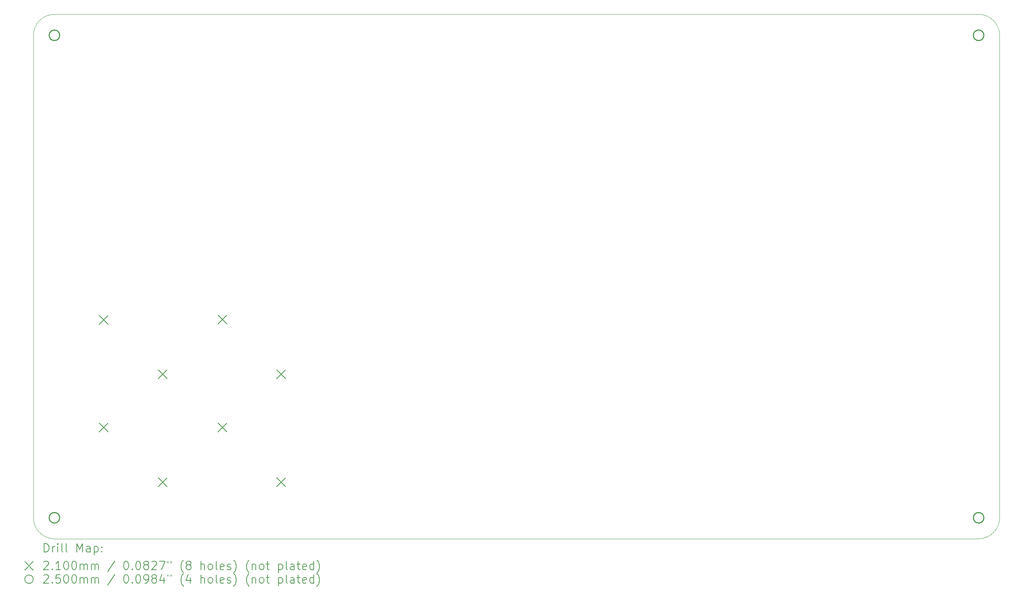
<source format=gbr>
%TF.GenerationSoftware,KiCad,Pcbnew,7.0.8*%
%TF.CreationDate,2024-04-24T16:06:29-06:00*%
%TF.ProjectId,Motherboard23-24,4d6f7468-6572-4626-9f61-726432332d32,rev?*%
%TF.SameCoordinates,Original*%
%TF.FileFunction,Drillmap*%
%TF.FilePolarity,Positive*%
%FSLAX45Y45*%
G04 Gerber Fmt 4.5, Leading zero omitted, Abs format (unit mm)*
G04 Created by KiCad (PCBNEW 7.0.8) date 2024-04-24 16:06:29*
%MOMM*%
%LPD*%
G01*
G04 APERTURE LIST*
%ADD10C,0.100000*%
%ADD11C,0.200000*%
%ADD12C,0.210000*%
%ADD13C,0.250000*%
G04 APERTURE END LIST*
D10*
X2250000Y-13750000D02*
X2250000Y-2250000D01*
X25250000Y-2250000D02*
G75*
G03*
X24750000Y-1750000I-500000J0D01*
G01*
X24750000Y-14250000D02*
G75*
G03*
X25250000Y-13750000I0J500000D01*
G01*
X25250000Y-2250000D02*
X25250000Y-13750000D01*
X2750000Y-1750000D02*
X24750000Y-1750000D01*
X2250000Y-13750000D02*
G75*
G03*
X2750000Y-14250000I500000J0D01*
G01*
X24750000Y-14250000D02*
X2750000Y-14250000D01*
X2750000Y-1750000D02*
G75*
G03*
X2250000Y-2250000I0J-500000D01*
G01*
D11*
D12*
X3820000Y-8925000D02*
X4030000Y-9135000D01*
X4030000Y-8925000D02*
X3820000Y-9135000D01*
X3820000Y-11495000D02*
X4030000Y-11705000D01*
X4030000Y-11495000D02*
X3820000Y-11705000D01*
X5220000Y-10225000D02*
X5430000Y-10435000D01*
X5430000Y-10225000D02*
X5220000Y-10435000D01*
X5220000Y-12795000D02*
X5430000Y-13005000D01*
X5430000Y-12795000D02*
X5220000Y-13005000D01*
X6645000Y-8920000D02*
X6855000Y-9130000D01*
X6855000Y-8920000D02*
X6645000Y-9130000D01*
X6645000Y-11495000D02*
X6855000Y-11705000D01*
X6855000Y-11495000D02*
X6645000Y-11705000D01*
X8045000Y-10220000D02*
X8255000Y-10430000D01*
X8255000Y-10220000D02*
X8045000Y-10430000D01*
X8045000Y-12795000D02*
X8255000Y-13005000D01*
X8255000Y-12795000D02*
X8045000Y-13005000D01*
D13*
X2875000Y-2250000D02*
G75*
G03*
X2875000Y-2250000I-125000J0D01*
G01*
X2875000Y-13750000D02*
G75*
G03*
X2875000Y-13750000I-125000J0D01*
G01*
X24875000Y-2250000D02*
G75*
G03*
X24875000Y-2250000I-125000J0D01*
G01*
X24875000Y-13750000D02*
G75*
G03*
X24875000Y-13750000I-125000J0D01*
G01*
D11*
X2505777Y-14566484D02*
X2505777Y-14366484D01*
X2505777Y-14366484D02*
X2553396Y-14366484D01*
X2553396Y-14366484D02*
X2581967Y-14376008D01*
X2581967Y-14376008D02*
X2601015Y-14395055D01*
X2601015Y-14395055D02*
X2610539Y-14414103D01*
X2610539Y-14414103D02*
X2620063Y-14452198D01*
X2620063Y-14452198D02*
X2620063Y-14480769D01*
X2620063Y-14480769D02*
X2610539Y-14518865D01*
X2610539Y-14518865D02*
X2601015Y-14537912D01*
X2601015Y-14537912D02*
X2581967Y-14556960D01*
X2581967Y-14556960D02*
X2553396Y-14566484D01*
X2553396Y-14566484D02*
X2505777Y-14566484D01*
X2705777Y-14566484D02*
X2705777Y-14433150D01*
X2705777Y-14471246D02*
X2715301Y-14452198D01*
X2715301Y-14452198D02*
X2724824Y-14442674D01*
X2724824Y-14442674D02*
X2743872Y-14433150D01*
X2743872Y-14433150D02*
X2762920Y-14433150D01*
X2829586Y-14566484D02*
X2829586Y-14433150D01*
X2829586Y-14366484D02*
X2820062Y-14376008D01*
X2820062Y-14376008D02*
X2829586Y-14385531D01*
X2829586Y-14385531D02*
X2839110Y-14376008D01*
X2839110Y-14376008D02*
X2829586Y-14366484D01*
X2829586Y-14366484D02*
X2829586Y-14385531D01*
X2953396Y-14566484D02*
X2934348Y-14556960D01*
X2934348Y-14556960D02*
X2924824Y-14537912D01*
X2924824Y-14537912D02*
X2924824Y-14366484D01*
X3058158Y-14566484D02*
X3039110Y-14556960D01*
X3039110Y-14556960D02*
X3029586Y-14537912D01*
X3029586Y-14537912D02*
X3029586Y-14366484D01*
X3286729Y-14566484D02*
X3286729Y-14366484D01*
X3286729Y-14366484D02*
X3353396Y-14509341D01*
X3353396Y-14509341D02*
X3420062Y-14366484D01*
X3420062Y-14366484D02*
X3420062Y-14566484D01*
X3601015Y-14566484D02*
X3601015Y-14461722D01*
X3601015Y-14461722D02*
X3591491Y-14442674D01*
X3591491Y-14442674D02*
X3572443Y-14433150D01*
X3572443Y-14433150D02*
X3534348Y-14433150D01*
X3534348Y-14433150D02*
X3515301Y-14442674D01*
X3601015Y-14556960D02*
X3581967Y-14566484D01*
X3581967Y-14566484D02*
X3534348Y-14566484D01*
X3534348Y-14566484D02*
X3515301Y-14556960D01*
X3515301Y-14556960D02*
X3505777Y-14537912D01*
X3505777Y-14537912D02*
X3505777Y-14518865D01*
X3505777Y-14518865D02*
X3515301Y-14499817D01*
X3515301Y-14499817D02*
X3534348Y-14490293D01*
X3534348Y-14490293D02*
X3581967Y-14490293D01*
X3581967Y-14490293D02*
X3601015Y-14480769D01*
X3696253Y-14433150D02*
X3696253Y-14633150D01*
X3696253Y-14442674D02*
X3715301Y-14433150D01*
X3715301Y-14433150D02*
X3753396Y-14433150D01*
X3753396Y-14433150D02*
X3772443Y-14442674D01*
X3772443Y-14442674D02*
X3781967Y-14452198D01*
X3781967Y-14452198D02*
X3791491Y-14471246D01*
X3791491Y-14471246D02*
X3791491Y-14528388D01*
X3791491Y-14528388D02*
X3781967Y-14547436D01*
X3781967Y-14547436D02*
X3772443Y-14556960D01*
X3772443Y-14556960D02*
X3753396Y-14566484D01*
X3753396Y-14566484D02*
X3715301Y-14566484D01*
X3715301Y-14566484D02*
X3696253Y-14556960D01*
X3877205Y-14547436D02*
X3886729Y-14556960D01*
X3886729Y-14556960D02*
X3877205Y-14566484D01*
X3877205Y-14566484D02*
X3867682Y-14556960D01*
X3867682Y-14556960D02*
X3877205Y-14547436D01*
X3877205Y-14547436D02*
X3877205Y-14566484D01*
X3877205Y-14442674D02*
X3886729Y-14452198D01*
X3886729Y-14452198D02*
X3877205Y-14461722D01*
X3877205Y-14461722D02*
X3867682Y-14452198D01*
X3867682Y-14452198D02*
X3877205Y-14442674D01*
X3877205Y-14442674D02*
X3877205Y-14461722D01*
X2045000Y-14795000D02*
X2245000Y-14995000D01*
X2245000Y-14795000D02*
X2045000Y-14995000D01*
X2496253Y-14805531D02*
X2505777Y-14796008D01*
X2505777Y-14796008D02*
X2524824Y-14786484D01*
X2524824Y-14786484D02*
X2572444Y-14786484D01*
X2572444Y-14786484D02*
X2591491Y-14796008D01*
X2591491Y-14796008D02*
X2601015Y-14805531D01*
X2601015Y-14805531D02*
X2610539Y-14824579D01*
X2610539Y-14824579D02*
X2610539Y-14843627D01*
X2610539Y-14843627D02*
X2601015Y-14872198D01*
X2601015Y-14872198D02*
X2486729Y-14986484D01*
X2486729Y-14986484D02*
X2610539Y-14986484D01*
X2696253Y-14967436D02*
X2705777Y-14976960D01*
X2705777Y-14976960D02*
X2696253Y-14986484D01*
X2696253Y-14986484D02*
X2686729Y-14976960D01*
X2686729Y-14976960D02*
X2696253Y-14967436D01*
X2696253Y-14967436D02*
X2696253Y-14986484D01*
X2896253Y-14986484D02*
X2781967Y-14986484D01*
X2839110Y-14986484D02*
X2839110Y-14786484D01*
X2839110Y-14786484D02*
X2820062Y-14815055D01*
X2820062Y-14815055D02*
X2801015Y-14834103D01*
X2801015Y-14834103D02*
X2781967Y-14843627D01*
X3020062Y-14786484D02*
X3039110Y-14786484D01*
X3039110Y-14786484D02*
X3058158Y-14796008D01*
X3058158Y-14796008D02*
X3067682Y-14805531D01*
X3067682Y-14805531D02*
X3077205Y-14824579D01*
X3077205Y-14824579D02*
X3086729Y-14862674D01*
X3086729Y-14862674D02*
X3086729Y-14910293D01*
X3086729Y-14910293D02*
X3077205Y-14948388D01*
X3077205Y-14948388D02*
X3067682Y-14967436D01*
X3067682Y-14967436D02*
X3058158Y-14976960D01*
X3058158Y-14976960D02*
X3039110Y-14986484D01*
X3039110Y-14986484D02*
X3020062Y-14986484D01*
X3020062Y-14986484D02*
X3001015Y-14976960D01*
X3001015Y-14976960D02*
X2991491Y-14967436D01*
X2991491Y-14967436D02*
X2981967Y-14948388D01*
X2981967Y-14948388D02*
X2972443Y-14910293D01*
X2972443Y-14910293D02*
X2972443Y-14862674D01*
X2972443Y-14862674D02*
X2981967Y-14824579D01*
X2981967Y-14824579D02*
X2991491Y-14805531D01*
X2991491Y-14805531D02*
X3001015Y-14796008D01*
X3001015Y-14796008D02*
X3020062Y-14786484D01*
X3210539Y-14786484D02*
X3229586Y-14786484D01*
X3229586Y-14786484D02*
X3248634Y-14796008D01*
X3248634Y-14796008D02*
X3258158Y-14805531D01*
X3258158Y-14805531D02*
X3267682Y-14824579D01*
X3267682Y-14824579D02*
X3277205Y-14862674D01*
X3277205Y-14862674D02*
X3277205Y-14910293D01*
X3277205Y-14910293D02*
X3267682Y-14948388D01*
X3267682Y-14948388D02*
X3258158Y-14967436D01*
X3258158Y-14967436D02*
X3248634Y-14976960D01*
X3248634Y-14976960D02*
X3229586Y-14986484D01*
X3229586Y-14986484D02*
X3210539Y-14986484D01*
X3210539Y-14986484D02*
X3191491Y-14976960D01*
X3191491Y-14976960D02*
X3181967Y-14967436D01*
X3181967Y-14967436D02*
X3172443Y-14948388D01*
X3172443Y-14948388D02*
X3162920Y-14910293D01*
X3162920Y-14910293D02*
X3162920Y-14862674D01*
X3162920Y-14862674D02*
X3172443Y-14824579D01*
X3172443Y-14824579D02*
X3181967Y-14805531D01*
X3181967Y-14805531D02*
X3191491Y-14796008D01*
X3191491Y-14796008D02*
X3210539Y-14786484D01*
X3362920Y-14986484D02*
X3362920Y-14853150D01*
X3362920Y-14872198D02*
X3372443Y-14862674D01*
X3372443Y-14862674D02*
X3391491Y-14853150D01*
X3391491Y-14853150D02*
X3420063Y-14853150D01*
X3420063Y-14853150D02*
X3439110Y-14862674D01*
X3439110Y-14862674D02*
X3448634Y-14881722D01*
X3448634Y-14881722D02*
X3448634Y-14986484D01*
X3448634Y-14881722D02*
X3458158Y-14862674D01*
X3458158Y-14862674D02*
X3477205Y-14853150D01*
X3477205Y-14853150D02*
X3505777Y-14853150D01*
X3505777Y-14853150D02*
X3524824Y-14862674D01*
X3524824Y-14862674D02*
X3534348Y-14881722D01*
X3534348Y-14881722D02*
X3534348Y-14986484D01*
X3629586Y-14986484D02*
X3629586Y-14853150D01*
X3629586Y-14872198D02*
X3639110Y-14862674D01*
X3639110Y-14862674D02*
X3658158Y-14853150D01*
X3658158Y-14853150D02*
X3686729Y-14853150D01*
X3686729Y-14853150D02*
X3705777Y-14862674D01*
X3705777Y-14862674D02*
X3715301Y-14881722D01*
X3715301Y-14881722D02*
X3715301Y-14986484D01*
X3715301Y-14881722D02*
X3724824Y-14862674D01*
X3724824Y-14862674D02*
X3743872Y-14853150D01*
X3743872Y-14853150D02*
X3772443Y-14853150D01*
X3772443Y-14853150D02*
X3791491Y-14862674D01*
X3791491Y-14862674D02*
X3801015Y-14881722D01*
X3801015Y-14881722D02*
X3801015Y-14986484D01*
X4191491Y-14776960D02*
X4020063Y-15034103D01*
X4448634Y-14786484D02*
X4467682Y-14786484D01*
X4467682Y-14786484D02*
X4486729Y-14796008D01*
X4486729Y-14796008D02*
X4496253Y-14805531D01*
X4496253Y-14805531D02*
X4505777Y-14824579D01*
X4505777Y-14824579D02*
X4515301Y-14862674D01*
X4515301Y-14862674D02*
X4515301Y-14910293D01*
X4515301Y-14910293D02*
X4505777Y-14948388D01*
X4505777Y-14948388D02*
X4496253Y-14967436D01*
X4496253Y-14967436D02*
X4486729Y-14976960D01*
X4486729Y-14976960D02*
X4467682Y-14986484D01*
X4467682Y-14986484D02*
X4448634Y-14986484D01*
X4448634Y-14986484D02*
X4429587Y-14976960D01*
X4429587Y-14976960D02*
X4420063Y-14967436D01*
X4420063Y-14967436D02*
X4410539Y-14948388D01*
X4410539Y-14948388D02*
X4401015Y-14910293D01*
X4401015Y-14910293D02*
X4401015Y-14862674D01*
X4401015Y-14862674D02*
X4410539Y-14824579D01*
X4410539Y-14824579D02*
X4420063Y-14805531D01*
X4420063Y-14805531D02*
X4429587Y-14796008D01*
X4429587Y-14796008D02*
X4448634Y-14786484D01*
X4601015Y-14967436D02*
X4610539Y-14976960D01*
X4610539Y-14976960D02*
X4601015Y-14986484D01*
X4601015Y-14986484D02*
X4591491Y-14976960D01*
X4591491Y-14976960D02*
X4601015Y-14967436D01*
X4601015Y-14967436D02*
X4601015Y-14986484D01*
X4734348Y-14786484D02*
X4753396Y-14786484D01*
X4753396Y-14786484D02*
X4772444Y-14796008D01*
X4772444Y-14796008D02*
X4781968Y-14805531D01*
X4781968Y-14805531D02*
X4791491Y-14824579D01*
X4791491Y-14824579D02*
X4801015Y-14862674D01*
X4801015Y-14862674D02*
X4801015Y-14910293D01*
X4801015Y-14910293D02*
X4791491Y-14948388D01*
X4791491Y-14948388D02*
X4781968Y-14967436D01*
X4781968Y-14967436D02*
X4772444Y-14976960D01*
X4772444Y-14976960D02*
X4753396Y-14986484D01*
X4753396Y-14986484D02*
X4734348Y-14986484D01*
X4734348Y-14986484D02*
X4715301Y-14976960D01*
X4715301Y-14976960D02*
X4705777Y-14967436D01*
X4705777Y-14967436D02*
X4696253Y-14948388D01*
X4696253Y-14948388D02*
X4686729Y-14910293D01*
X4686729Y-14910293D02*
X4686729Y-14862674D01*
X4686729Y-14862674D02*
X4696253Y-14824579D01*
X4696253Y-14824579D02*
X4705777Y-14805531D01*
X4705777Y-14805531D02*
X4715301Y-14796008D01*
X4715301Y-14796008D02*
X4734348Y-14786484D01*
X4915301Y-14872198D02*
X4896253Y-14862674D01*
X4896253Y-14862674D02*
X4886729Y-14853150D01*
X4886729Y-14853150D02*
X4877206Y-14834103D01*
X4877206Y-14834103D02*
X4877206Y-14824579D01*
X4877206Y-14824579D02*
X4886729Y-14805531D01*
X4886729Y-14805531D02*
X4896253Y-14796008D01*
X4896253Y-14796008D02*
X4915301Y-14786484D01*
X4915301Y-14786484D02*
X4953396Y-14786484D01*
X4953396Y-14786484D02*
X4972444Y-14796008D01*
X4972444Y-14796008D02*
X4981968Y-14805531D01*
X4981968Y-14805531D02*
X4991491Y-14824579D01*
X4991491Y-14824579D02*
X4991491Y-14834103D01*
X4991491Y-14834103D02*
X4981968Y-14853150D01*
X4981968Y-14853150D02*
X4972444Y-14862674D01*
X4972444Y-14862674D02*
X4953396Y-14872198D01*
X4953396Y-14872198D02*
X4915301Y-14872198D01*
X4915301Y-14872198D02*
X4896253Y-14881722D01*
X4896253Y-14881722D02*
X4886729Y-14891246D01*
X4886729Y-14891246D02*
X4877206Y-14910293D01*
X4877206Y-14910293D02*
X4877206Y-14948388D01*
X4877206Y-14948388D02*
X4886729Y-14967436D01*
X4886729Y-14967436D02*
X4896253Y-14976960D01*
X4896253Y-14976960D02*
X4915301Y-14986484D01*
X4915301Y-14986484D02*
X4953396Y-14986484D01*
X4953396Y-14986484D02*
X4972444Y-14976960D01*
X4972444Y-14976960D02*
X4981968Y-14967436D01*
X4981968Y-14967436D02*
X4991491Y-14948388D01*
X4991491Y-14948388D02*
X4991491Y-14910293D01*
X4991491Y-14910293D02*
X4981968Y-14891246D01*
X4981968Y-14891246D02*
X4972444Y-14881722D01*
X4972444Y-14881722D02*
X4953396Y-14872198D01*
X5067682Y-14805531D02*
X5077206Y-14796008D01*
X5077206Y-14796008D02*
X5096253Y-14786484D01*
X5096253Y-14786484D02*
X5143872Y-14786484D01*
X5143872Y-14786484D02*
X5162920Y-14796008D01*
X5162920Y-14796008D02*
X5172444Y-14805531D01*
X5172444Y-14805531D02*
X5181968Y-14824579D01*
X5181968Y-14824579D02*
X5181968Y-14843627D01*
X5181968Y-14843627D02*
X5172444Y-14872198D01*
X5172444Y-14872198D02*
X5058158Y-14986484D01*
X5058158Y-14986484D02*
X5181968Y-14986484D01*
X5248634Y-14786484D02*
X5381968Y-14786484D01*
X5381968Y-14786484D02*
X5296253Y-14986484D01*
X5448634Y-14786484D02*
X5448634Y-14824579D01*
X5524825Y-14786484D02*
X5524825Y-14824579D01*
X5820063Y-15062674D02*
X5810539Y-15053150D01*
X5810539Y-15053150D02*
X5791491Y-15024579D01*
X5791491Y-15024579D02*
X5781968Y-15005531D01*
X5781968Y-15005531D02*
X5772444Y-14976960D01*
X5772444Y-14976960D02*
X5762920Y-14929341D01*
X5762920Y-14929341D02*
X5762920Y-14891246D01*
X5762920Y-14891246D02*
X5772444Y-14843627D01*
X5772444Y-14843627D02*
X5781968Y-14815055D01*
X5781968Y-14815055D02*
X5791491Y-14796008D01*
X5791491Y-14796008D02*
X5810539Y-14767436D01*
X5810539Y-14767436D02*
X5820063Y-14757912D01*
X5924825Y-14872198D02*
X5905777Y-14862674D01*
X5905777Y-14862674D02*
X5896253Y-14853150D01*
X5896253Y-14853150D02*
X5886729Y-14834103D01*
X5886729Y-14834103D02*
X5886729Y-14824579D01*
X5886729Y-14824579D02*
X5896253Y-14805531D01*
X5896253Y-14805531D02*
X5905777Y-14796008D01*
X5905777Y-14796008D02*
X5924825Y-14786484D01*
X5924825Y-14786484D02*
X5962920Y-14786484D01*
X5962920Y-14786484D02*
X5981968Y-14796008D01*
X5981968Y-14796008D02*
X5991491Y-14805531D01*
X5991491Y-14805531D02*
X6001015Y-14824579D01*
X6001015Y-14824579D02*
X6001015Y-14834103D01*
X6001015Y-14834103D02*
X5991491Y-14853150D01*
X5991491Y-14853150D02*
X5981968Y-14862674D01*
X5981968Y-14862674D02*
X5962920Y-14872198D01*
X5962920Y-14872198D02*
X5924825Y-14872198D01*
X5924825Y-14872198D02*
X5905777Y-14881722D01*
X5905777Y-14881722D02*
X5896253Y-14891246D01*
X5896253Y-14891246D02*
X5886729Y-14910293D01*
X5886729Y-14910293D02*
X5886729Y-14948388D01*
X5886729Y-14948388D02*
X5896253Y-14967436D01*
X5896253Y-14967436D02*
X5905777Y-14976960D01*
X5905777Y-14976960D02*
X5924825Y-14986484D01*
X5924825Y-14986484D02*
X5962920Y-14986484D01*
X5962920Y-14986484D02*
X5981968Y-14976960D01*
X5981968Y-14976960D02*
X5991491Y-14967436D01*
X5991491Y-14967436D02*
X6001015Y-14948388D01*
X6001015Y-14948388D02*
X6001015Y-14910293D01*
X6001015Y-14910293D02*
X5991491Y-14891246D01*
X5991491Y-14891246D02*
X5981968Y-14881722D01*
X5981968Y-14881722D02*
X5962920Y-14872198D01*
X6239110Y-14986484D02*
X6239110Y-14786484D01*
X6324825Y-14986484D02*
X6324825Y-14881722D01*
X6324825Y-14881722D02*
X6315301Y-14862674D01*
X6315301Y-14862674D02*
X6296253Y-14853150D01*
X6296253Y-14853150D02*
X6267682Y-14853150D01*
X6267682Y-14853150D02*
X6248634Y-14862674D01*
X6248634Y-14862674D02*
X6239110Y-14872198D01*
X6448634Y-14986484D02*
X6429587Y-14976960D01*
X6429587Y-14976960D02*
X6420063Y-14967436D01*
X6420063Y-14967436D02*
X6410539Y-14948388D01*
X6410539Y-14948388D02*
X6410539Y-14891246D01*
X6410539Y-14891246D02*
X6420063Y-14872198D01*
X6420063Y-14872198D02*
X6429587Y-14862674D01*
X6429587Y-14862674D02*
X6448634Y-14853150D01*
X6448634Y-14853150D02*
X6477206Y-14853150D01*
X6477206Y-14853150D02*
X6496253Y-14862674D01*
X6496253Y-14862674D02*
X6505777Y-14872198D01*
X6505777Y-14872198D02*
X6515301Y-14891246D01*
X6515301Y-14891246D02*
X6515301Y-14948388D01*
X6515301Y-14948388D02*
X6505777Y-14967436D01*
X6505777Y-14967436D02*
X6496253Y-14976960D01*
X6496253Y-14976960D02*
X6477206Y-14986484D01*
X6477206Y-14986484D02*
X6448634Y-14986484D01*
X6629587Y-14986484D02*
X6610539Y-14976960D01*
X6610539Y-14976960D02*
X6601015Y-14957912D01*
X6601015Y-14957912D02*
X6601015Y-14786484D01*
X6781968Y-14976960D02*
X6762920Y-14986484D01*
X6762920Y-14986484D02*
X6724825Y-14986484D01*
X6724825Y-14986484D02*
X6705777Y-14976960D01*
X6705777Y-14976960D02*
X6696253Y-14957912D01*
X6696253Y-14957912D02*
X6696253Y-14881722D01*
X6696253Y-14881722D02*
X6705777Y-14862674D01*
X6705777Y-14862674D02*
X6724825Y-14853150D01*
X6724825Y-14853150D02*
X6762920Y-14853150D01*
X6762920Y-14853150D02*
X6781968Y-14862674D01*
X6781968Y-14862674D02*
X6791491Y-14881722D01*
X6791491Y-14881722D02*
X6791491Y-14900769D01*
X6791491Y-14900769D02*
X6696253Y-14919817D01*
X6867682Y-14976960D02*
X6886730Y-14986484D01*
X6886730Y-14986484D02*
X6924825Y-14986484D01*
X6924825Y-14986484D02*
X6943872Y-14976960D01*
X6943872Y-14976960D02*
X6953396Y-14957912D01*
X6953396Y-14957912D02*
X6953396Y-14948388D01*
X6953396Y-14948388D02*
X6943872Y-14929341D01*
X6943872Y-14929341D02*
X6924825Y-14919817D01*
X6924825Y-14919817D02*
X6896253Y-14919817D01*
X6896253Y-14919817D02*
X6877206Y-14910293D01*
X6877206Y-14910293D02*
X6867682Y-14891246D01*
X6867682Y-14891246D02*
X6867682Y-14881722D01*
X6867682Y-14881722D02*
X6877206Y-14862674D01*
X6877206Y-14862674D02*
X6896253Y-14853150D01*
X6896253Y-14853150D02*
X6924825Y-14853150D01*
X6924825Y-14853150D02*
X6943872Y-14862674D01*
X7020063Y-15062674D02*
X7029587Y-15053150D01*
X7029587Y-15053150D02*
X7048634Y-15024579D01*
X7048634Y-15024579D02*
X7058158Y-15005531D01*
X7058158Y-15005531D02*
X7067682Y-14976960D01*
X7067682Y-14976960D02*
X7077206Y-14929341D01*
X7077206Y-14929341D02*
X7077206Y-14891246D01*
X7077206Y-14891246D02*
X7067682Y-14843627D01*
X7067682Y-14843627D02*
X7058158Y-14815055D01*
X7058158Y-14815055D02*
X7048634Y-14796008D01*
X7048634Y-14796008D02*
X7029587Y-14767436D01*
X7029587Y-14767436D02*
X7020063Y-14757912D01*
X7381968Y-15062674D02*
X7372444Y-15053150D01*
X7372444Y-15053150D02*
X7353396Y-15024579D01*
X7353396Y-15024579D02*
X7343872Y-15005531D01*
X7343872Y-15005531D02*
X7334349Y-14976960D01*
X7334349Y-14976960D02*
X7324825Y-14929341D01*
X7324825Y-14929341D02*
X7324825Y-14891246D01*
X7324825Y-14891246D02*
X7334349Y-14843627D01*
X7334349Y-14843627D02*
X7343872Y-14815055D01*
X7343872Y-14815055D02*
X7353396Y-14796008D01*
X7353396Y-14796008D02*
X7372444Y-14767436D01*
X7372444Y-14767436D02*
X7381968Y-14757912D01*
X7458158Y-14853150D02*
X7458158Y-14986484D01*
X7458158Y-14872198D02*
X7467682Y-14862674D01*
X7467682Y-14862674D02*
X7486730Y-14853150D01*
X7486730Y-14853150D02*
X7515301Y-14853150D01*
X7515301Y-14853150D02*
X7534349Y-14862674D01*
X7534349Y-14862674D02*
X7543872Y-14881722D01*
X7543872Y-14881722D02*
X7543872Y-14986484D01*
X7667682Y-14986484D02*
X7648634Y-14976960D01*
X7648634Y-14976960D02*
X7639111Y-14967436D01*
X7639111Y-14967436D02*
X7629587Y-14948388D01*
X7629587Y-14948388D02*
X7629587Y-14891246D01*
X7629587Y-14891246D02*
X7639111Y-14872198D01*
X7639111Y-14872198D02*
X7648634Y-14862674D01*
X7648634Y-14862674D02*
X7667682Y-14853150D01*
X7667682Y-14853150D02*
X7696253Y-14853150D01*
X7696253Y-14853150D02*
X7715301Y-14862674D01*
X7715301Y-14862674D02*
X7724825Y-14872198D01*
X7724825Y-14872198D02*
X7734349Y-14891246D01*
X7734349Y-14891246D02*
X7734349Y-14948388D01*
X7734349Y-14948388D02*
X7724825Y-14967436D01*
X7724825Y-14967436D02*
X7715301Y-14976960D01*
X7715301Y-14976960D02*
X7696253Y-14986484D01*
X7696253Y-14986484D02*
X7667682Y-14986484D01*
X7791492Y-14853150D02*
X7867682Y-14853150D01*
X7820063Y-14786484D02*
X7820063Y-14957912D01*
X7820063Y-14957912D02*
X7829587Y-14976960D01*
X7829587Y-14976960D02*
X7848634Y-14986484D01*
X7848634Y-14986484D02*
X7867682Y-14986484D01*
X8086730Y-14853150D02*
X8086730Y-15053150D01*
X8086730Y-14862674D02*
X8105777Y-14853150D01*
X8105777Y-14853150D02*
X8143873Y-14853150D01*
X8143873Y-14853150D02*
X8162920Y-14862674D01*
X8162920Y-14862674D02*
X8172444Y-14872198D01*
X8172444Y-14872198D02*
X8181968Y-14891246D01*
X8181968Y-14891246D02*
X8181968Y-14948388D01*
X8181968Y-14948388D02*
X8172444Y-14967436D01*
X8172444Y-14967436D02*
X8162920Y-14976960D01*
X8162920Y-14976960D02*
X8143873Y-14986484D01*
X8143873Y-14986484D02*
X8105777Y-14986484D01*
X8105777Y-14986484D02*
X8086730Y-14976960D01*
X8296253Y-14986484D02*
X8277206Y-14976960D01*
X8277206Y-14976960D02*
X8267682Y-14957912D01*
X8267682Y-14957912D02*
X8267682Y-14786484D01*
X8458158Y-14986484D02*
X8458158Y-14881722D01*
X8458158Y-14881722D02*
X8448635Y-14862674D01*
X8448635Y-14862674D02*
X8429587Y-14853150D01*
X8429587Y-14853150D02*
X8391492Y-14853150D01*
X8391492Y-14853150D02*
X8372444Y-14862674D01*
X8458158Y-14976960D02*
X8439111Y-14986484D01*
X8439111Y-14986484D02*
X8391492Y-14986484D01*
X8391492Y-14986484D02*
X8372444Y-14976960D01*
X8372444Y-14976960D02*
X8362920Y-14957912D01*
X8362920Y-14957912D02*
X8362920Y-14938865D01*
X8362920Y-14938865D02*
X8372444Y-14919817D01*
X8372444Y-14919817D02*
X8391492Y-14910293D01*
X8391492Y-14910293D02*
X8439111Y-14910293D01*
X8439111Y-14910293D02*
X8458158Y-14900769D01*
X8524825Y-14853150D02*
X8601015Y-14853150D01*
X8553396Y-14786484D02*
X8553396Y-14957912D01*
X8553396Y-14957912D02*
X8562920Y-14976960D01*
X8562920Y-14976960D02*
X8581968Y-14986484D01*
X8581968Y-14986484D02*
X8601015Y-14986484D01*
X8743873Y-14976960D02*
X8724825Y-14986484D01*
X8724825Y-14986484D02*
X8686730Y-14986484D01*
X8686730Y-14986484D02*
X8667682Y-14976960D01*
X8667682Y-14976960D02*
X8658158Y-14957912D01*
X8658158Y-14957912D02*
X8658158Y-14881722D01*
X8658158Y-14881722D02*
X8667682Y-14862674D01*
X8667682Y-14862674D02*
X8686730Y-14853150D01*
X8686730Y-14853150D02*
X8724825Y-14853150D01*
X8724825Y-14853150D02*
X8743873Y-14862674D01*
X8743873Y-14862674D02*
X8753396Y-14881722D01*
X8753396Y-14881722D02*
X8753396Y-14900769D01*
X8753396Y-14900769D02*
X8658158Y-14919817D01*
X8924825Y-14986484D02*
X8924825Y-14786484D01*
X8924825Y-14976960D02*
X8905777Y-14986484D01*
X8905777Y-14986484D02*
X8867682Y-14986484D01*
X8867682Y-14986484D02*
X8848635Y-14976960D01*
X8848635Y-14976960D02*
X8839111Y-14967436D01*
X8839111Y-14967436D02*
X8829587Y-14948388D01*
X8829587Y-14948388D02*
X8829587Y-14891246D01*
X8829587Y-14891246D02*
X8839111Y-14872198D01*
X8839111Y-14872198D02*
X8848635Y-14862674D01*
X8848635Y-14862674D02*
X8867682Y-14853150D01*
X8867682Y-14853150D02*
X8905777Y-14853150D01*
X8905777Y-14853150D02*
X8924825Y-14862674D01*
X9001016Y-15062674D02*
X9010539Y-15053150D01*
X9010539Y-15053150D02*
X9029587Y-15024579D01*
X9029587Y-15024579D02*
X9039111Y-15005531D01*
X9039111Y-15005531D02*
X9048635Y-14976960D01*
X9048635Y-14976960D02*
X9058158Y-14929341D01*
X9058158Y-14929341D02*
X9058158Y-14891246D01*
X9058158Y-14891246D02*
X9048635Y-14843627D01*
X9048635Y-14843627D02*
X9039111Y-14815055D01*
X9039111Y-14815055D02*
X9029587Y-14796008D01*
X9029587Y-14796008D02*
X9010539Y-14767436D01*
X9010539Y-14767436D02*
X9001016Y-14757912D01*
X2245000Y-15215000D02*
G75*
G03*
X2245000Y-15215000I-100000J0D01*
G01*
X2496253Y-15125531D02*
X2505777Y-15116008D01*
X2505777Y-15116008D02*
X2524824Y-15106484D01*
X2524824Y-15106484D02*
X2572444Y-15106484D01*
X2572444Y-15106484D02*
X2591491Y-15116008D01*
X2591491Y-15116008D02*
X2601015Y-15125531D01*
X2601015Y-15125531D02*
X2610539Y-15144579D01*
X2610539Y-15144579D02*
X2610539Y-15163627D01*
X2610539Y-15163627D02*
X2601015Y-15192198D01*
X2601015Y-15192198D02*
X2486729Y-15306484D01*
X2486729Y-15306484D02*
X2610539Y-15306484D01*
X2696253Y-15287436D02*
X2705777Y-15296960D01*
X2705777Y-15296960D02*
X2696253Y-15306484D01*
X2696253Y-15306484D02*
X2686729Y-15296960D01*
X2686729Y-15296960D02*
X2696253Y-15287436D01*
X2696253Y-15287436D02*
X2696253Y-15306484D01*
X2886729Y-15106484D02*
X2791491Y-15106484D01*
X2791491Y-15106484D02*
X2781967Y-15201722D01*
X2781967Y-15201722D02*
X2791491Y-15192198D01*
X2791491Y-15192198D02*
X2810539Y-15182674D01*
X2810539Y-15182674D02*
X2858158Y-15182674D01*
X2858158Y-15182674D02*
X2877205Y-15192198D01*
X2877205Y-15192198D02*
X2886729Y-15201722D01*
X2886729Y-15201722D02*
X2896253Y-15220769D01*
X2896253Y-15220769D02*
X2896253Y-15268388D01*
X2896253Y-15268388D02*
X2886729Y-15287436D01*
X2886729Y-15287436D02*
X2877205Y-15296960D01*
X2877205Y-15296960D02*
X2858158Y-15306484D01*
X2858158Y-15306484D02*
X2810539Y-15306484D01*
X2810539Y-15306484D02*
X2791491Y-15296960D01*
X2791491Y-15296960D02*
X2781967Y-15287436D01*
X3020062Y-15106484D02*
X3039110Y-15106484D01*
X3039110Y-15106484D02*
X3058158Y-15116008D01*
X3058158Y-15116008D02*
X3067682Y-15125531D01*
X3067682Y-15125531D02*
X3077205Y-15144579D01*
X3077205Y-15144579D02*
X3086729Y-15182674D01*
X3086729Y-15182674D02*
X3086729Y-15230293D01*
X3086729Y-15230293D02*
X3077205Y-15268388D01*
X3077205Y-15268388D02*
X3067682Y-15287436D01*
X3067682Y-15287436D02*
X3058158Y-15296960D01*
X3058158Y-15296960D02*
X3039110Y-15306484D01*
X3039110Y-15306484D02*
X3020062Y-15306484D01*
X3020062Y-15306484D02*
X3001015Y-15296960D01*
X3001015Y-15296960D02*
X2991491Y-15287436D01*
X2991491Y-15287436D02*
X2981967Y-15268388D01*
X2981967Y-15268388D02*
X2972443Y-15230293D01*
X2972443Y-15230293D02*
X2972443Y-15182674D01*
X2972443Y-15182674D02*
X2981967Y-15144579D01*
X2981967Y-15144579D02*
X2991491Y-15125531D01*
X2991491Y-15125531D02*
X3001015Y-15116008D01*
X3001015Y-15116008D02*
X3020062Y-15106484D01*
X3210539Y-15106484D02*
X3229586Y-15106484D01*
X3229586Y-15106484D02*
X3248634Y-15116008D01*
X3248634Y-15116008D02*
X3258158Y-15125531D01*
X3258158Y-15125531D02*
X3267682Y-15144579D01*
X3267682Y-15144579D02*
X3277205Y-15182674D01*
X3277205Y-15182674D02*
X3277205Y-15230293D01*
X3277205Y-15230293D02*
X3267682Y-15268388D01*
X3267682Y-15268388D02*
X3258158Y-15287436D01*
X3258158Y-15287436D02*
X3248634Y-15296960D01*
X3248634Y-15296960D02*
X3229586Y-15306484D01*
X3229586Y-15306484D02*
X3210539Y-15306484D01*
X3210539Y-15306484D02*
X3191491Y-15296960D01*
X3191491Y-15296960D02*
X3181967Y-15287436D01*
X3181967Y-15287436D02*
X3172443Y-15268388D01*
X3172443Y-15268388D02*
X3162920Y-15230293D01*
X3162920Y-15230293D02*
X3162920Y-15182674D01*
X3162920Y-15182674D02*
X3172443Y-15144579D01*
X3172443Y-15144579D02*
X3181967Y-15125531D01*
X3181967Y-15125531D02*
X3191491Y-15116008D01*
X3191491Y-15116008D02*
X3210539Y-15106484D01*
X3362920Y-15306484D02*
X3362920Y-15173150D01*
X3362920Y-15192198D02*
X3372443Y-15182674D01*
X3372443Y-15182674D02*
X3391491Y-15173150D01*
X3391491Y-15173150D02*
X3420063Y-15173150D01*
X3420063Y-15173150D02*
X3439110Y-15182674D01*
X3439110Y-15182674D02*
X3448634Y-15201722D01*
X3448634Y-15201722D02*
X3448634Y-15306484D01*
X3448634Y-15201722D02*
X3458158Y-15182674D01*
X3458158Y-15182674D02*
X3477205Y-15173150D01*
X3477205Y-15173150D02*
X3505777Y-15173150D01*
X3505777Y-15173150D02*
X3524824Y-15182674D01*
X3524824Y-15182674D02*
X3534348Y-15201722D01*
X3534348Y-15201722D02*
X3534348Y-15306484D01*
X3629586Y-15306484D02*
X3629586Y-15173150D01*
X3629586Y-15192198D02*
X3639110Y-15182674D01*
X3639110Y-15182674D02*
X3658158Y-15173150D01*
X3658158Y-15173150D02*
X3686729Y-15173150D01*
X3686729Y-15173150D02*
X3705777Y-15182674D01*
X3705777Y-15182674D02*
X3715301Y-15201722D01*
X3715301Y-15201722D02*
X3715301Y-15306484D01*
X3715301Y-15201722D02*
X3724824Y-15182674D01*
X3724824Y-15182674D02*
X3743872Y-15173150D01*
X3743872Y-15173150D02*
X3772443Y-15173150D01*
X3772443Y-15173150D02*
X3791491Y-15182674D01*
X3791491Y-15182674D02*
X3801015Y-15201722D01*
X3801015Y-15201722D02*
X3801015Y-15306484D01*
X4191491Y-15096960D02*
X4020063Y-15354103D01*
X4448634Y-15106484D02*
X4467682Y-15106484D01*
X4467682Y-15106484D02*
X4486729Y-15116008D01*
X4486729Y-15116008D02*
X4496253Y-15125531D01*
X4496253Y-15125531D02*
X4505777Y-15144579D01*
X4505777Y-15144579D02*
X4515301Y-15182674D01*
X4515301Y-15182674D02*
X4515301Y-15230293D01*
X4515301Y-15230293D02*
X4505777Y-15268388D01*
X4505777Y-15268388D02*
X4496253Y-15287436D01*
X4496253Y-15287436D02*
X4486729Y-15296960D01*
X4486729Y-15296960D02*
X4467682Y-15306484D01*
X4467682Y-15306484D02*
X4448634Y-15306484D01*
X4448634Y-15306484D02*
X4429587Y-15296960D01*
X4429587Y-15296960D02*
X4420063Y-15287436D01*
X4420063Y-15287436D02*
X4410539Y-15268388D01*
X4410539Y-15268388D02*
X4401015Y-15230293D01*
X4401015Y-15230293D02*
X4401015Y-15182674D01*
X4401015Y-15182674D02*
X4410539Y-15144579D01*
X4410539Y-15144579D02*
X4420063Y-15125531D01*
X4420063Y-15125531D02*
X4429587Y-15116008D01*
X4429587Y-15116008D02*
X4448634Y-15106484D01*
X4601015Y-15287436D02*
X4610539Y-15296960D01*
X4610539Y-15296960D02*
X4601015Y-15306484D01*
X4601015Y-15306484D02*
X4591491Y-15296960D01*
X4591491Y-15296960D02*
X4601015Y-15287436D01*
X4601015Y-15287436D02*
X4601015Y-15306484D01*
X4734348Y-15106484D02*
X4753396Y-15106484D01*
X4753396Y-15106484D02*
X4772444Y-15116008D01*
X4772444Y-15116008D02*
X4781968Y-15125531D01*
X4781968Y-15125531D02*
X4791491Y-15144579D01*
X4791491Y-15144579D02*
X4801015Y-15182674D01*
X4801015Y-15182674D02*
X4801015Y-15230293D01*
X4801015Y-15230293D02*
X4791491Y-15268388D01*
X4791491Y-15268388D02*
X4781968Y-15287436D01*
X4781968Y-15287436D02*
X4772444Y-15296960D01*
X4772444Y-15296960D02*
X4753396Y-15306484D01*
X4753396Y-15306484D02*
X4734348Y-15306484D01*
X4734348Y-15306484D02*
X4715301Y-15296960D01*
X4715301Y-15296960D02*
X4705777Y-15287436D01*
X4705777Y-15287436D02*
X4696253Y-15268388D01*
X4696253Y-15268388D02*
X4686729Y-15230293D01*
X4686729Y-15230293D02*
X4686729Y-15182674D01*
X4686729Y-15182674D02*
X4696253Y-15144579D01*
X4696253Y-15144579D02*
X4705777Y-15125531D01*
X4705777Y-15125531D02*
X4715301Y-15116008D01*
X4715301Y-15116008D02*
X4734348Y-15106484D01*
X4896253Y-15306484D02*
X4934348Y-15306484D01*
X4934348Y-15306484D02*
X4953396Y-15296960D01*
X4953396Y-15296960D02*
X4962920Y-15287436D01*
X4962920Y-15287436D02*
X4981968Y-15258865D01*
X4981968Y-15258865D02*
X4991491Y-15220769D01*
X4991491Y-15220769D02*
X4991491Y-15144579D01*
X4991491Y-15144579D02*
X4981968Y-15125531D01*
X4981968Y-15125531D02*
X4972444Y-15116008D01*
X4972444Y-15116008D02*
X4953396Y-15106484D01*
X4953396Y-15106484D02*
X4915301Y-15106484D01*
X4915301Y-15106484D02*
X4896253Y-15116008D01*
X4896253Y-15116008D02*
X4886729Y-15125531D01*
X4886729Y-15125531D02*
X4877206Y-15144579D01*
X4877206Y-15144579D02*
X4877206Y-15192198D01*
X4877206Y-15192198D02*
X4886729Y-15211246D01*
X4886729Y-15211246D02*
X4896253Y-15220769D01*
X4896253Y-15220769D02*
X4915301Y-15230293D01*
X4915301Y-15230293D02*
X4953396Y-15230293D01*
X4953396Y-15230293D02*
X4972444Y-15220769D01*
X4972444Y-15220769D02*
X4981968Y-15211246D01*
X4981968Y-15211246D02*
X4991491Y-15192198D01*
X5105777Y-15192198D02*
X5086729Y-15182674D01*
X5086729Y-15182674D02*
X5077206Y-15173150D01*
X5077206Y-15173150D02*
X5067682Y-15154103D01*
X5067682Y-15154103D02*
X5067682Y-15144579D01*
X5067682Y-15144579D02*
X5077206Y-15125531D01*
X5077206Y-15125531D02*
X5086729Y-15116008D01*
X5086729Y-15116008D02*
X5105777Y-15106484D01*
X5105777Y-15106484D02*
X5143872Y-15106484D01*
X5143872Y-15106484D02*
X5162920Y-15116008D01*
X5162920Y-15116008D02*
X5172444Y-15125531D01*
X5172444Y-15125531D02*
X5181968Y-15144579D01*
X5181968Y-15144579D02*
X5181968Y-15154103D01*
X5181968Y-15154103D02*
X5172444Y-15173150D01*
X5172444Y-15173150D02*
X5162920Y-15182674D01*
X5162920Y-15182674D02*
X5143872Y-15192198D01*
X5143872Y-15192198D02*
X5105777Y-15192198D01*
X5105777Y-15192198D02*
X5086729Y-15201722D01*
X5086729Y-15201722D02*
X5077206Y-15211246D01*
X5077206Y-15211246D02*
X5067682Y-15230293D01*
X5067682Y-15230293D02*
X5067682Y-15268388D01*
X5067682Y-15268388D02*
X5077206Y-15287436D01*
X5077206Y-15287436D02*
X5086729Y-15296960D01*
X5086729Y-15296960D02*
X5105777Y-15306484D01*
X5105777Y-15306484D02*
X5143872Y-15306484D01*
X5143872Y-15306484D02*
X5162920Y-15296960D01*
X5162920Y-15296960D02*
X5172444Y-15287436D01*
X5172444Y-15287436D02*
X5181968Y-15268388D01*
X5181968Y-15268388D02*
X5181968Y-15230293D01*
X5181968Y-15230293D02*
X5172444Y-15211246D01*
X5172444Y-15211246D02*
X5162920Y-15201722D01*
X5162920Y-15201722D02*
X5143872Y-15192198D01*
X5353396Y-15173150D02*
X5353396Y-15306484D01*
X5305777Y-15096960D02*
X5258158Y-15239817D01*
X5258158Y-15239817D02*
X5381968Y-15239817D01*
X5448634Y-15106484D02*
X5448634Y-15144579D01*
X5524825Y-15106484D02*
X5524825Y-15144579D01*
X5820063Y-15382674D02*
X5810539Y-15373150D01*
X5810539Y-15373150D02*
X5791491Y-15344579D01*
X5791491Y-15344579D02*
X5781968Y-15325531D01*
X5781968Y-15325531D02*
X5772444Y-15296960D01*
X5772444Y-15296960D02*
X5762920Y-15249341D01*
X5762920Y-15249341D02*
X5762920Y-15211246D01*
X5762920Y-15211246D02*
X5772444Y-15163627D01*
X5772444Y-15163627D02*
X5781968Y-15135055D01*
X5781968Y-15135055D02*
X5791491Y-15116008D01*
X5791491Y-15116008D02*
X5810539Y-15087436D01*
X5810539Y-15087436D02*
X5820063Y-15077912D01*
X5981968Y-15173150D02*
X5981968Y-15306484D01*
X5934348Y-15096960D02*
X5886729Y-15239817D01*
X5886729Y-15239817D02*
X6010539Y-15239817D01*
X6239110Y-15306484D02*
X6239110Y-15106484D01*
X6324825Y-15306484D02*
X6324825Y-15201722D01*
X6324825Y-15201722D02*
X6315301Y-15182674D01*
X6315301Y-15182674D02*
X6296253Y-15173150D01*
X6296253Y-15173150D02*
X6267682Y-15173150D01*
X6267682Y-15173150D02*
X6248634Y-15182674D01*
X6248634Y-15182674D02*
X6239110Y-15192198D01*
X6448634Y-15306484D02*
X6429587Y-15296960D01*
X6429587Y-15296960D02*
X6420063Y-15287436D01*
X6420063Y-15287436D02*
X6410539Y-15268388D01*
X6410539Y-15268388D02*
X6410539Y-15211246D01*
X6410539Y-15211246D02*
X6420063Y-15192198D01*
X6420063Y-15192198D02*
X6429587Y-15182674D01*
X6429587Y-15182674D02*
X6448634Y-15173150D01*
X6448634Y-15173150D02*
X6477206Y-15173150D01*
X6477206Y-15173150D02*
X6496253Y-15182674D01*
X6496253Y-15182674D02*
X6505777Y-15192198D01*
X6505777Y-15192198D02*
X6515301Y-15211246D01*
X6515301Y-15211246D02*
X6515301Y-15268388D01*
X6515301Y-15268388D02*
X6505777Y-15287436D01*
X6505777Y-15287436D02*
X6496253Y-15296960D01*
X6496253Y-15296960D02*
X6477206Y-15306484D01*
X6477206Y-15306484D02*
X6448634Y-15306484D01*
X6629587Y-15306484D02*
X6610539Y-15296960D01*
X6610539Y-15296960D02*
X6601015Y-15277912D01*
X6601015Y-15277912D02*
X6601015Y-15106484D01*
X6781968Y-15296960D02*
X6762920Y-15306484D01*
X6762920Y-15306484D02*
X6724825Y-15306484D01*
X6724825Y-15306484D02*
X6705777Y-15296960D01*
X6705777Y-15296960D02*
X6696253Y-15277912D01*
X6696253Y-15277912D02*
X6696253Y-15201722D01*
X6696253Y-15201722D02*
X6705777Y-15182674D01*
X6705777Y-15182674D02*
X6724825Y-15173150D01*
X6724825Y-15173150D02*
X6762920Y-15173150D01*
X6762920Y-15173150D02*
X6781968Y-15182674D01*
X6781968Y-15182674D02*
X6791491Y-15201722D01*
X6791491Y-15201722D02*
X6791491Y-15220769D01*
X6791491Y-15220769D02*
X6696253Y-15239817D01*
X6867682Y-15296960D02*
X6886730Y-15306484D01*
X6886730Y-15306484D02*
X6924825Y-15306484D01*
X6924825Y-15306484D02*
X6943872Y-15296960D01*
X6943872Y-15296960D02*
X6953396Y-15277912D01*
X6953396Y-15277912D02*
X6953396Y-15268388D01*
X6953396Y-15268388D02*
X6943872Y-15249341D01*
X6943872Y-15249341D02*
X6924825Y-15239817D01*
X6924825Y-15239817D02*
X6896253Y-15239817D01*
X6896253Y-15239817D02*
X6877206Y-15230293D01*
X6877206Y-15230293D02*
X6867682Y-15211246D01*
X6867682Y-15211246D02*
X6867682Y-15201722D01*
X6867682Y-15201722D02*
X6877206Y-15182674D01*
X6877206Y-15182674D02*
X6896253Y-15173150D01*
X6896253Y-15173150D02*
X6924825Y-15173150D01*
X6924825Y-15173150D02*
X6943872Y-15182674D01*
X7020063Y-15382674D02*
X7029587Y-15373150D01*
X7029587Y-15373150D02*
X7048634Y-15344579D01*
X7048634Y-15344579D02*
X7058158Y-15325531D01*
X7058158Y-15325531D02*
X7067682Y-15296960D01*
X7067682Y-15296960D02*
X7077206Y-15249341D01*
X7077206Y-15249341D02*
X7077206Y-15211246D01*
X7077206Y-15211246D02*
X7067682Y-15163627D01*
X7067682Y-15163627D02*
X7058158Y-15135055D01*
X7058158Y-15135055D02*
X7048634Y-15116008D01*
X7048634Y-15116008D02*
X7029587Y-15087436D01*
X7029587Y-15087436D02*
X7020063Y-15077912D01*
X7381968Y-15382674D02*
X7372444Y-15373150D01*
X7372444Y-15373150D02*
X7353396Y-15344579D01*
X7353396Y-15344579D02*
X7343872Y-15325531D01*
X7343872Y-15325531D02*
X7334349Y-15296960D01*
X7334349Y-15296960D02*
X7324825Y-15249341D01*
X7324825Y-15249341D02*
X7324825Y-15211246D01*
X7324825Y-15211246D02*
X7334349Y-15163627D01*
X7334349Y-15163627D02*
X7343872Y-15135055D01*
X7343872Y-15135055D02*
X7353396Y-15116008D01*
X7353396Y-15116008D02*
X7372444Y-15087436D01*
X7372444Y-15087436D02*
X7381968Y-15077912D01*
X7458158Y-15173150D02*
X7458158Y-15306484D01*
X7458158Y-15192198D02*
X7467682Y-15182674D01*
X7467682Y-15182674D02*
X7486730Y-15173150D01*
X7486730Y-15173150D02*
X7515301Y-15173150D01*
X7515301Y-15173150D02*
X7534349Y-15182674D01*
X7534349Y-15182674D02*
X7543872Y-15201722D01*
X7543872Y-15201722D02*
X7543872Y-15306484D01*
X7667682Y-15306484D02*
X7648634Y-15296960D01*
X7648634Y-15296960D02*
X7639111Y-15287436D01*
X7639111Y-15287436D02*
X7629587Y-15268388D01*
X7629587Y-15268388D02*
X7629587Y-15211246D01*
X7629587Y-15211246D02*
X7639111Y-15192198D01*
X7639111Y-15192198D02*
X7648634Y-15182674D01*
X7648634Y-15182674D02*
X7667682Y-15173150D01*
X7667682Y-15173150D02*
X7696253Y-15173150D01*
X7696253Y-15173150D02*
X7715301Y-15182674D01*
X7715301Y-15182674D02*
X7724825Y-15192198D01*
X7724825Y-15192198D02*
X7734349Y-15211246D01*
X7734349Y-15211246D02*
X7734349Y-15268388D01*
X7734349Y-15268388D02*
X7724825Y-15287436D01*
X7724825Y-15287436D02*
X7715301Y-15296960D01*
X7715301Y-15296960D02*
X7696253Y-15306484D01*
X7696253Y-15306484D02*
X7667682Y-15306484D01*
X7791492Y-15173150D02*
X7867682Y-15173150D01*
X7820063Y-15106484D02*
X7820063Y-15277912D01*
X7820063Y-15277912D02*
X7829587Y-15296960D01*
X7829587Y-15296960D02*
X7848634Y-15306484D01*
X7848634Y-15306484D02*
X7867682Y-15306484D01*
X8086730Y-15173150D02*
X8086730Y-15373150D01*
X8086730Y-15182674D02*
X8105777Y-15173150D01*
X8105777Y-15173150D02*
X8143873Y-15173150D01*
X8143873Y-15173150D02*
X8162920Y-15182674D01*
X8162920Y-15182674D02*
X8172444Y-15192198D01*
X8172444Y-15192198D02*
X8181968Y-15211246D01*
X8181968Y-15211246D02*
X8181968Y-15268388D01*
X8181968Y-15268388D02*
X8172444Y-15287436D01*
X8172444Y-15287436D02*
X8162920Y-15296960D01*
X8162920Y-15296960D02*
X8143873Y-15306484D01*
X8143873Y-15306484D02*
X8105777Y-15306484D01*
X8105777Y-15306484D02*
X8086730Y-15296960D01*
X8296253Y-15306484D02*
X8277206Y-15296960D01*
X8277206Y-15296960D02*
X8267682Y-15277912D01*
X8267682Y-15277912D02*
X8267682Y-15106484D01*
X8458158Y-15306484D02*
X8458158Y-15201722D01*
X8458158Y-15201722D02*
X8448635Y-15182674D01*
X8448635Y-15182674D02*
X8429587Y-15173150D01*
X8429587Y-15173150D02*
X8391492Y-15173150D01*
X8391492Y-15173150D02*
X8372444Y-15182674D01*
X8458158Y-15296960D02*
X8439111Y-15306484D01*
X8439111Y-15306484D02*
X8391492Y-15306484D01*
X8391492Y-15306484D02*
X8372444Y-15296960D01*
X8372444Y-15296960D02*
X8362920Y-15277912D01*
X8362920Y-15277912D02*
X8362920Y-15258865D01*
X8362920Y-15258865D02*
X8372444Y-15239817D01*
X8372444Y-15239817D02*
X8391492Y-15230293D01*
X8391492Y-15230293D02*
X8439111Y-15230293D01*
X8439111Y-15230293D02*
X8458158Y-15220769D01*
X8524825Y-15173150D02*
X8601015Y-15173150D01*
X8553396Y-15106484D02*
X8553396Y-15277912D01*
X8553396Y-15277912D02*
X8562920Y-15296960D01*
X8562920Y-15296960D02*
X8581968Y-15306484D01*
X8581968Y-15306484D02*
X8601015Y-15306484D01*
X8743873Y-15296960D02*
X8724825Y-15306484D01*
X8724825Y-15306484D02*
X8686730Y-15306484D01*
X8686730Y-15306484D02*
X8667682Y-15296960D01*
X8667682Y-15296960D02*
X8658158Y-15277912D01*
X8658158Y-15277912D02*
X8658158Y-15201722D01*
X8658158Y-15201722D02*
X8667682Y-15182674D01*
X8667682Y-15182674D02*
X8686730Y-15173150D01*
X8686730Y-15173150D02*
X8724825Y-15173150D01*
X8724825Y-15173150D02*
X8743873Y-15182674D01*
X8743873Y-15182674D02*
X8753396Y-15201722D01*
X8753396Y-15201722D02*
X8753396Y-15220769D01*
X8753396Y-15220769D02*
X8658158Y-15239817D01*
X8924825Y-15306484D02*
X8924825Y-15106484D01*
X8924825Y-15296960D02*
X8905777Y-15306484D01*
X8905777Y-15306484D02*
X8867682Y-15306484D01*
X8867682Y-15306484D02*
X8848635Y-15296960D01*
X8848635Y-15296960D02*
X8839111Y-15287436D01*
X8839111Y-15287436D02*
X8829587Y-15268388D01*
X8829587Y-15268388D02*
X8829587Y-15211246D01*
X8829587Y-15211246D02*
X8839111Y-15192198D01*
X8839111Y-15192198D02*
X8848635Y-15182674D01*
X8848635Y-15182674D02*
X8867682Y-15173150D01*
X8867682Y-15173150D02*
X8905777Y-15173150D01*
X8905777Y-15173150D02*
X8924825Y-15182674D01*
X9001016Y-15382674D02*
X9010539Y-15373150D01*
X9010539Y-15373150D02*
X9029587Y-15344579D01*
X9029587Y-15344579D02*
X9039111Y-15325531D01*
X9039111Y-15325531D02*
X9048635Y-15296960D01*
X9048635Y-15296960D02*
X9058158Y-15249341D01*
X9058158Y-15249341D02*
X9058158Y-15211246D01*
X9058158Y-15211246D02*
X9048635Y-15163627D01*
X9048635Y-15163627D02*
X9039111Y-15135055D01*
X9039111Y-15135055D02*
X9029587Y-15116008D01*
X9029587Y-15116008D02*
X9010539Y-15087436D01*
X9010539Y-15087436D02*
X9001016Y-15077912D01*
M02*

</source>
